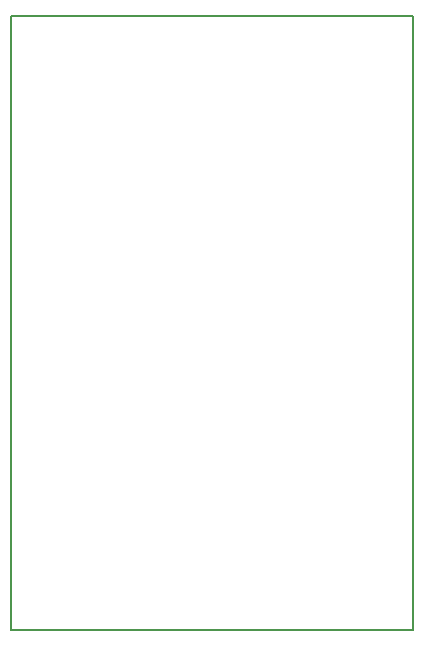
<source format=gm1>
%TF.GenerationSoftware,KiCad,Pcbnew,6.0.11-2627ca5db0~126~ubuntu22.04.1*%
%TF.CreationDate,2023-02-10T03:37:06+05:30*%
%TF.ProjectId,thermal_sampler,74686572-6d61-46c5-9f73-616d706c6572,rev?*%
%TF.SameCoordinates,Original*%
%TF.FileFunction,Profile,NP*%
%FSLAX46Y46*%
G04 Gerber Fmt 4.6, Leading zero omitted, Abs format (unit mm)*
G04 Created by KiCad (PCBNEW 6.0.11-2627ca5db0~126~ubuntu22.04.1) date 2023-02-10 03:37:06*
%MOMM*%
%LPD*%
G01*
G04 APERTURE LIST*
%TA.AperFunction,Profile*%
%ADD10C,0.200000*%
%TD*%
G04 APERTURE END LIST*
D10*
X139000000Y-122000000D02*
X173000000Y-122000000D01*
X173000000Y-122000000D02*
X173000000Y-174000000D01*
X173000000Y-174000000D02*
X139000000Y-174000000D01*
X139000000Y-174000000D02*
X139000000Y-122000000D01*
M02*

</source>
